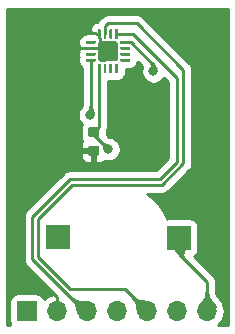
<source format=gtl>
G04 #@! TF.GenerationSoftware,KiCad,Pcbnew,(5.1.2)-1*
G04 #@! TF.CreationDate,2023-06-09T20:40:53+09:00*
G04 #@! TF.ProjectId,ma73x,6d613733-782e-46b6-9963-61645f706362,v1.2*
G04 #@! TF.SameCoordinates,Original*
G04 #@! TF.FileFunction,Copper,L1,Top*
G04 #@! TF.FilePolarity,Positive*
%FSLAX46Y46*%
G04 Gerber Fmt 4.6, Leading zero omitted, Abs format (unit mm)*
G04 Created by KiCad (PCBNEW (5.1.2)-1) date 2023-06-09 20:40:53*
%MOMM*%
%LPD*%
G04 APERTURE LIST*
%ADD10R,2.000000X2.000000*%
%ADD11O,1.700000X1.700000*%
%ADD12R,1.700000X1.700000*%
%ADD13C,0.100000*%
%ADD14C,1.700000*%
%ADD15C,0.250000*%
%ADD16C,0.875000*%
%ADD17C,0.800000*%
%ADD18C,0.250000*%
%ADD19C,0.254000*%
%ADD20C,0.025400*%
G04 APERTURE END LIST*
D10*
X165210000Y-87000000D03*
X154970000Y-86960000D03*
D11*
X167580000Y-93200000D03*
X165040000Y-93200000D03*
X162500000Y-93200000D03*
X159960000Y-93200000D03*
X157420000Y-93200000D03*
X154880000Y-93200000D03*
D12*
X152340000Y-93200000D03*
D13*
G36*
X159824504Y-70351204D02*
G01*
X159848773Y-70354804D01*
X159872571Y-70360765D01*
X159895671Y-70369030D01*
X159917849Y-70379520D01*
X159938893Y-70392133D01*
X159958598Y-70406747D01*
X159976777Y-70423223D01*
X159993253Y-70441402D01*
X160007867Y-70461107D01*
X160020480Y-70482151D01*
X160030970Y-70504329D01*
X160039235Y-70527429D01*
X160045196Y-70551227D01*
X160048796Y-70575496D01*
X160050000Y-70600000D01*
X160050000Y-71800000D01*
X160048796Y-71824504D01*
X160045196Y-71848773D01*
X160039235Y-71872571D01*
X160030970Y-71895671D01*
X160020480Y-71917849D01*
X160007867Y-71938893D01*
X159993253Y-71958598D01*
X159976777Y-71976777D01*
X159958598Y-71993253D01*
X159938893Y-72007867D01*
X159917849Y-72020480D01*
X159895671Y-72030970D01*
X159872571Y-72039235D01*
X159848773Y-72045196D01*
X159824504Y-72048796D01*
X159800000Y-72050000D01*
X158600000Y-72050000D01*
X158575496Y-72048796D01*
X158551227Y-72045196D01*
X158527429Y-72039235D01*
X158504329Y-72030970D01*
X158482151Y-72020480D01*
X158461107Y-72007867D01*
X158441402Y-71993253D01*
X158423223Y-71976777D01*
X158406747Y-71958598D01*
X158392133Y-71938893D01*
X158379520Y-71917849D01*
X158369030Y-71895671D01*
X158360765Y-71872571D01*
X158354804Y-71848773D01*
X158351204Y-71824504D01*
X158350000Y-71800000D01*
X158350000Y-70600000D01*
X158351204Y-70575496D01*
X158354804Y-70551227D01*
X158360765Y-70527429D01*
X158369030Y-70504329D01*
X158379520Y-70482151D01*
X158392133Y-70461107D01*
X158406747Y-70441402D01*
X158423223Y-70423223D01*
X158441402Y-70406747D01*
X158461107Y-70392133D01*
X158482151Y-70379520D01*
X158504329Y-70369030D01*
X158527429Y-70360765D01*
X158551227Y-70354804D01*
X158575496Y-70351204D01*
X158600000Y-70350000D01*
X159800000Y-70350000D01*
X159824504Y-70351204D01*
X159824504Y-70351204D01*
G37*
D14*
X159200000Y-71200000D03*
D13*
G36*
X161018626Y-71825301D02*
G01*
X161024693Y-71826201D01*
X161030643Y-71827691D01*
X161036418Y-71829758D01*
X161041962Y-71832380D01*
X161047223Y-71835533D01*
X161052150Y-71839187D01*
X161056694Y-71843306D01*
X161060813Y-71847850D01*
X161064467Y-71852777D01*
X161067620Y-71858038D01*
X161070242Y-71863582D01*
X161072309Y-71869357D01*
X161073799Y-71875307D01*
X161074699Y-71881374D01*
X161075000Y-71887500D01*
X161075000Y-72012500D01*
X161074699Y-72018626D01*
X161073799Y-72024693D01*
X161072309Y-72030643D01*
X161070242Y-72036418D01*
X161067620Y-72041962D01*
X161064467Y-72047223D01*
X161060813Y-72052150D01*
X161056694Y-72056694D01*
X161052150Y-72060813D01*
X161047223Y-72064467D01*
X161041962Y-72067620D01*
X161036418Y-72070242D01*
X161030643Y-72072309D01*
X161024693Y-72073799D01*
X161018626Y-72074699D01*
X161012500Y-72075000D01*
X160312500Y-72075000D01*
X160306374Y-72074699D01*
X160300307Y-72073799D01*
X160294357Y-72072309D01*
X160288582Y-72070242D01*
X160283038Y-72067620D01*
X160277777Y-72064467D01*
X160272850Y-72060813D01*
X160268306Y-72056694D01*
X160264187Y-72052150D01*
X160260533Y-72047223D01*
X160257380Y-72041962D01*
X160254758Y-72036418D01*
X160252691Y-72030643D01*
X160251201Y-72024693D01*
X160250301Y-72018626D01*
X160250000Y-72012500D01*
X160250000Y-71887500D01*
X160250301Y-71881374D01*
X160251201Y-71875307D01*
X160252691Y-71869357D01*
X160254758Y-71863582D01*
X160257380Y-71858038D01*
X160260533Y-71852777D01*
X160264187Y-71847850D01*
X160268306Y-71843306D01*
X160272850Y-71839187D01*
X160277777Y-71835533D01*
X160283038Y-71832380D01*
X160288582Y-71829758D01*
X160294357Y-71827691D01*
X160300307Y-71826201D01*
X160306374Y-71825301D01*
X160312500Y-71825000D01*
X161012500Y-71825000D01*
X161018626Y-71825301D01*
X161018626Y-71825301D01*
G37*
D15*
X160662500Y-71950000D03*
D13*
G36*
X161018626Y-71325301D02*
G01*
X161024693Y-71326201D01*
X161030643Y-71327691D01*
X161036418Y-71329758D01*
X161041962Y-71332380D01*
X161047223Y-71335533D01*
X161052150Y-71339187D01*
X161056694Y-71343306D01*
X161060813Y-71347850D01*
X161064467Y-71352777D01*
X161067620Y-71358038D01*
X161070242Y-71363582D01*
X161072309Y-71369357D01*
X161073799Y-71375307D01*
X161074699Y-71381374D01*
X161075000Y-71387500D01*
X161075000Y-71512500D01*
X161074699Y-71518626D01*
X161073799Y-71524693D01*
X161072309Y-71530643D01*
X161070242Y-71536418D01*
X161067620Y-71541962D01*
X161064467Y-71547223D01*
X161060813Y-71552150D01*
X161056694Y-71556694D01*
X161052150Y-71560813D01*
X161047223Y-71564467D01*
X161041962Y-71567620D01*
X161036418Y-71570242D01*
X161030643Y-71572309D01*
X161024693Y-71573799D01*
X161018626Y-71574699D01*
X161012500Y-71575000D01*
X160312500Y-71575000D01*
X160306374Y-71574699D01*
X160300307Y-71573799D01*
X160294357Y-71572309D01*
X160288582Y-71570242D01*
X160283038Y-71567620D01*
X160277777Y-71564467D01*
X160272850Y-71560813D01*
X160268306Y-71556694D01*
X160264187Y-71552150D01*
X160260533Y-71547223D01*
X160257380Y-71541962D01*
X160254758Y-71536418D01*
X160252691Y-71530643D01*
X160251201Y-71524693D01*
X160250301Y-71518626D01*
X160250000Y-71512500D01*
X160250000Y-71387500D01*
X160250301Y-71381374D01*
X160251201Y-71375307D01*
X160252691Y-71369357D01*
X160254758Y-71363582D01*
X160257380Y-71358038D01*
X160260533Y-71352777D01*
X160264187Y-71347850D01*
X160268306Y-71343306D01*
X160272850Y-71339187D01*
X160277777Y-71335533D01*
X160283038Y-71332380D01*
X160288582Y-71329758D01*
X160294357Y-71327691D01*
X160300307Y-71326201D01*
X160306374Y-71325301D01*
X160312500Y-71325000D01*
X161012500Y-71325000D01*
X161018626Y-71325301D01*
X161018626Y-71325301D01*
G37*
D15*
X160662500Y-71450000D03*
D13*
G36*
X161018626Y-70825301D02*
G01*
X161024693Y-70826201D01*
X161030643Y-70827691D01*
X161036418Y-70829758D01*
X161041962Y-70832380D01*
X161047223Y-70835533D01*
X161052150Y-70839187D01*
X161056694Y-70843306D01*
X161060813Y-70847850D01*
X161064467Y-70852777D01*
X161067620Y-70858038D01*
X161070242Y-70863582D01*
X161072309Y-70869357D01*
X161073799Y-70875307D01*
X161074699Y-70881374D01*
X161075000Y-70887500D01*
X161075000Y-71012500D01*
X161074699Y-71018626D01*
X161073799Y-71024693D01*
X161072309Y-71030643D01*
X161070242Y-71036418D01*
X161067620Y-71041962D01*
X161064467Y-71047223D01*
X161060813Y-71052150D01*
X161056694Y-71056694D01*
X161052150Y-71060813D01*
X161047223Y-71064467D01*
X161041962Y-71067620D01*
X161036418Y-71070242D01*
X161030643Y-71072309D01*
X161024693Y-71073799D01*
X161018626Y-71074699D01*
X161012500Y-71075000D01*
X160312500Y-71075000D01*
X160306374Y-71074699D01*
X160300307Y-71073799D01*
X160294357Y-71072309D01*
X160288582Y-71070242D01*
X160283038Y-71067620D01*
X160277777Y-71064467D01*
X160272850Y-71060813D01*
X160268306Y-71056694D01*
X160264187Y-71052150D01*
X160260533Y-71047223D01*
X160257380Y-71041962D01*
X160254758Y-71036418D01*
X160252691Y-71030643D01*
X160251201Y-71024693D01*
X160250301Y-71018626D01*
X160250000Y-71012500D01*
X160250000Y-70887500D01*
X160250301Y-70881374D01*
X160251201Y-70875307D01*
X160252691Y-70869357D01*
X160254758Y-70863582D01*
X160257380Y-70858038D01*
X160260533Y-70852777D01*
X160264187Y-70847850D01*
X160268306Y-70843306D01*
X160272850Y-70839187D01*
X160277777Y-70835533D01*
X160283038Y-70832380D01*
X160288582Y-70829758D01*
X160294357Y-70827691D01*
X160300307Y-70826201D01*
X160306374Y-70825301D01*
X160312500Y-70825000D01*
X161012500Y-70825000D01*
X161018626Y-70825301D01*
X161018626Y-70825301D01*
G37*
D15*
X160662500Y-70950000D03*
D13*
G36*
X161018626Y-70325301D02*
G01*
X161024693Y-70326201D01*
X161030643Y-70327691D01*
X161036418Y-70329758D01*
X161041962Y-70332380D01*
X161047223Y-70335533D01*
X161052150Y-70339187D01*
X161056694Y-70343306D01*
X161060813Y-70347850D01*
X161064467Y-70352777D01*
X161067620Y-70358038D01*
X161070242Y-70363582D01*
X161072309Y-70369357D01*
X161073799Y-70375307D01*
X161074699Y-70381374D01*
X161075000Y-70387500D01*
X161075000Y-70512500D01*
X161074699Y-70518626D01*
X161073799Y-70524693D01*
X161072309Y-70530643D01*
X161070242Y-70536418D01*
X161067620Y-70541962D01*
X161064467Y-70547223D01*
X161060813Y-70552150D01*
X161056694Y-70556694D01*
X161052150Y-70560813D01*
X161047223Y-70564467D01*
X161041962Y-70567620D01*
X161036418Y-70570242D01*
X161030643Y-70572309D01*
X161024693Y-70573799D01*
X161018626Y-70574699D01*
X161012500Y-70575000D01*
X160312500Y-70575000D01*
X160306374Y-70574699D01*
X160300307Y-70573799D01*
X160294357Y-70572309D01*
X160288582Y-70570242D01*
X160283038Y-70567620D01*
X160277777Y-70564467D01*
X160272850Y-70560813D01*
X160268306Y-70556694D01*
X160264187Y-70552150D01*
X160260533Y-70547223D01*
X160257380Y-70541962D01*
X160254758Y-70536418D01*
X160252691Y-70530643D01*
X160251201Y-70524693D01*
X160250301Y-70518626D01*
X160250000Y-70512500D01*
X160250000Y-70387500D01*
X160250301Y-70381374D01*
X160251201Y-70375307D01*
X160252691Y-70369357D01*
X160254758Y-70363582D01*
X160257380Y-70358038D01*
X160260533Y-70352777D01*
X160264187Y-70347850D01*
X160268306Y-70343306D01*
X160272850Y-70339187D01*
X160277777Y-70335533D01*
X160283038Y-70332380D01*
X160288582Y-70329758D01*
X160294357Y-70327691D01*
X160300307Y-70326201D01*
X160306374Y-70325301D01*
X160312500Y-70325000D01*
X161012500Y-70325000D01*
X161018626Y-70325301D01*
X161018626Y-70325301D01*
G37*
D15*
X160662500Y-70450000D03*
D13*
G36*
X160018626Y-69325301D02*
G01*
X160024693Y-69326201D01*
X160030643Y-69327691D01*
X160036418Y-69329758D01*
X160041962Y-69332380D01*
X160047223Y-69335533D01*
X160052150Y-69339187D01*
X160056694Y-69343306D01*
X160060813Y-69347850D01*
X160064467Y-69352777D01*
X160067620Y-69358038D01*
X160070242Y-69363582D01*
X160072309Y-69369357D01*
X160073799Y-69375307D01*
X160074699Y-69381374D01*
X160075000Y-69387500D01*
X160075000Y-70087500D01*
X160074699Y-70093626D01*
X160073799Y-70099693D01*
X160072309Y-70105643D01*
X160070242Y-70111418D01*
X160067620Y-70116962D01*
X160064467Y-70122223D01*
X160060813Y-70127150D01*
X160056694Y-70131694D01*
X160052150Y-70135813D01*
X160047223Y-70139467D01*
X160041962Y-70142620D01*
X160036418Y-70145242D01*
X160030643Y-70147309D01*
X160024693Y-70148799D01*
X160018626Y-70149699D01*
X160012500Y-70150000D01*
X159887500Y-70150000D01*
X159881374Y-70149699D01*
X159875307Y-70148799D01*
X159869357Y-70147309D01*
X159863582Y-70145242D01*
X159858038Y-70142620D01*
X159852777Y-70139467D01*
X159847850Y-70135813D01*
X159843306Y-70131694D01*
X159839187Y-70127150D01*
X159835533Y-70122223D01*
X159832380Y-70116962D01*
X159829758Y-70111418D01*
X159827691Y-70105643D01*
X159826201Y-70099693D01*
X159825301Y-70093626D01*
X159825000Y-70087500D01*
X159825000Y-69387500D01*
X159825301Y-69381374D01*
X159826201Y-69375307D01*
X159827691Y-69369357D01*
X159829758Y-69363582D01*
X159832380Y-69358038D01*
X159835533Y-69352777D01*
X159839187Y-69347850D01*
X159843306Y-69343306D01*
X159847850Y-69339187D01*
X159852777Y-69335533D01*
X159858038Y-69332380D01*
X159863582Y-69329758D01*
X159869357Y-69327691D01*
X159875307Y-69326201D01*
X159881374Y-69325301D01*
X159887500Y-69325000D01*
X160012500Y-69325000D01*
X160018626Y-69325301D01*
X160018626Y-69325301D01*
G37*
D15*
X159950000Y-69737500D03*
D13*
G36*
X159518626Y-69325301D02*
G01*
X159524693Y-69326201D01*
X159530643Y-69327691D01*
X159536418Y-69329758D01*
X159541962Y-69332380D01*
X159547223Y-69335533D01*
X159552150Y-69339187D01*
X159556694Y-69343306D01*
X159560813Y-69347850D01*
X159564467Y-69352777D01*
X159567620Y-69358038D01*
X159570242Y-69363582D01*
X159572309Y-69369357D01*
X159573799Y-69375307D01*
X159574699Y-69381374D01*
X159575000Y-69387500D01*
X159575000Y-70087500D01*
X159574699Y-70093626D01*
X159573799Y-70099693D01*
X159572309Y-70105643D01*
X159570242Y-70111418D01*
X159567620Y-70116962D01*
X159564467Y-70122223D01*
X159560813Y-70127150D01*
X159556694Y-70131694D01*
X159552150Y-70135813D01*
X159547223Y-70139467D01*
X159541962Y-70142620D01*
X159536418Y-70145242D01*
X159530643Y-70147309D01*
X159524693Y-70148799D01*
X159518626Y-70149699D01*
X159512500Y-70150000D01*
X159387500Y-70150000D01*
X159381374Y-70149699D01*
X159375307Y-70148799D01*
X159369357Y-70147309D01*
X159363582Y-70145242D01*
X159358038Y-70142620D01*
X159352777Y-70139467D01*
X159347850Y-70135813D01*
X159343306Y-70131694D01*
X159339187Y-70127150D01*
X159335533Y-70122223D01*
X159332380Y-70116962D01*
X159329758Y-70111418D01*
X159327691Y-70105643D01*
X159326201Y-70099693D01*
X159325301Y-70093626D01*
X159325000Y-70087500D01*
X159325000Y-69387500D01*
X159325301Y-69381374D01*
X159326201Y-69375307D01*
X159327691Y-69369357D01*
X159329758Y-69363582D01*
X159332380Y-69358038D01*
X159335533Y-69352777D01*
X159339187Y-69347850D01*
X159343306Y-69343306D01*
X159347850Y-69339187D01*
X159352777Y-69335533D01*
X159358038Y-69332380D01*
X159363582Y-69329758D01*
X159369357Y-69327691D01*
X159375307Y-69326201D01*
X159381374Y-69325301D01*
X159387500Y-69325000D01*
X159512500Y-69325000D01*
X159518626Y-69325301D01*
X159518626Y-69325301D01*
G37*
D15*
X159450000Y-69737500D03*
D13*
G36*
X159018626Y-69325301D02*
G01*
X159024693Y-69326201D01*
X159030643Y-69327691D01*
X159036418Y-69329758D01*
X159041962Y-69332380D01*
X159047223Y-69335533D01*
X159052150Y-69339187D01*
X159056694Y-69343306D01*
X159060813Y-69347850D01*
X159064467Y-69352777D01*
X159067620Y-69358038D01*
X159070242Y-69363582D01*
X159072309Y-69369357D01*
X159073799Y-69375307D01*
X159074699Y-69381374D01*
X159075000Y-69387500D01*
X159075000Y-70087500D01*
X159074699Y-70093626D01*
X159073799Y-70099693D01*
X159072309Y-70105643D01*
X159070242Y-70111418D01*
X159067620Y-70116962D01*
X159064467Y-70122223D01*
X159060813Y-70127150D01*
X159056694Y-70131694D01*
X159052150Y-70135813D01*
X159047223Y-70139467D01*
X159041962Y-70142620D01*
X159036418Y-70145242D01*
X159030643Y-70147309D01*
X159024693Y-70148799D01*
X159018626Y-70149699D01*
X159012500Y-70150000D01*
X158887500Y-70150000D01*
X158881374Y-70149699D01*
X158875307Y-70148799D01*
X158869357Y-70147309D01*
X158863582Y-70145242D01*
X158858038Y-70142620D01*
X158852777Y-70139467D01*
X158847850Y-70135813D01*
X158843306Y-70131694D01*
X158839187Y-70127150D01*
X158835533Y-70122223D01*
X158832380Y-70116962D01*
X158829758Y-70111418D01*
X158827691Y-70105643D01*
X158826201Y-70099693D01*
X158825301Y-70093626D01*
X158825000Y-70087500D01*
X158825000Y-69387500D01*
X158825301Y-69381374D01*
X158826201Y-69375307D01*
X158827691Y-69369357D01*
X158829758Y-69363582D01*
X158832380Y-69358038D01*
X158835533Y-69352777D01*
X158839187Y-69347850D01*
X158843306Y-69343306D01*
X158847850Y-69339187D01*
X158852777Y-69335533D01*
X158858038Y-69332380D01*
X158863582Y-69329758D01*
X158869357Y-69327691D01*
X158875307Y-69326201D01*
X158881374Y-69325301D01*
X158887500Y-69325000D01*
X159012500Y-69325000D01*
X159018626Y-69325301D01*
X159018626Y-69325301D01*
G37*
D15*
X158950000Y-69737500D03*
D13*
G36*
X158518626Y-69325301D02*
G01*
X158524693Y-69326201D01*
X158530643Y-69327691D01*
X158536418Y-69329758D01*
X158541962Y-69332380D01*
X158547223Y-69335533D01*
X158552150Y-69339187D01*
X158556694Y-69343306D01*
X158560813Y-69347850D01*
X158564467Y-69352777D01*
X158567620Y-69358038D01*
X158570242Y-69363582D01*
X158572309Y-69369357D01*
X158573799Y-69375307D01*
X158574699Y-69381374D01*
X158575000Y-69387500D01*
X158575000Y-70087500D01*
X158574699Y-70093626D01*
X158573799Y-70099693D01*
X158572309Y-70105643D01*
X158570242Y-70111418D01*
X158567620Y-70116962D01*
X158564467Y-70122223D01*
X158560813Y-70127150D01*
X158556694Y-70131694D01*
X158552150Y-70135813D01*
X158547223Y-70139467D01*
X158541962Y-70142620D01*
X158536418Y-70145242D01*
X158530643Y-70147309D01*
X158524693Y-70148799D01*
X158518626Y-70149699D01*
X158512500Y-70150000D01*
X158387500Y-70150000D01*
X158381374Y-70149699D01*
X158375307Y-70148799D01*
X158369357Y-70147309D01*
X158363582Y-70145242D01*
X158358038Y-70142620D01*
X158352777Y-70139467D01*
X158347850Y-70135813D01*
X158343306Y-70131694D01*
X158339187Y-70127150D01*
X158335533Y-70122223D01*
X158332380Y-70116962D01*
X158329758Y-70111418D01*
X158327691Y-70105643D01*
X158326201Y-70099693D01*
X158325301Y-70093626D01*
X158325000Y-70087500D01*
X158325000Y-69387500D01*
X158325301Y-69381374D01*
X158326201Y-69375307D01*
X158327691Y-69369357D01*
X158329758Y-69363582D01*
X158332380Y-69358038D01*
X158335533Y-69352777D01*
X158339187Y-69347850D01*
X158343306Y-69343306D01*
X158347850Y-69339187D01*
X158352777Y-69335533D01*
X158358038Y-69332380D01*
X158363582Y-69329758D01*
X158369357Y-69327691D01*
X158375307Y-69326201D01*
X158381374Y-69325301D01*
X158387500Y-69325000D01*
X158512500Y-69325000D01*
X158518626Y-69325301D01*
X158518626Y-69325301D01*
G37*
D15*
X158450000Y-69737500D03*
D13*
G36*
X158093626Y-70325301D02*
G01*
X158099693Y-70326201D01*
X158105643Y-70327691D01*
X158111418Y-70329758D01*
X158116962Y-70332380D01*
X158122223Y-70335533D01*
X158127150Y-70339187D01*
X158131694Y-70343306D01*
X158135813Y-70347850D01*
X158139467Y-70352777D01*
X158142620Y-70358038D01*
X158145242Y-70363582D01*
X158147309Y-70369357D01*
X158148799Y-70375307D01*
X158149699Y-70381374D01*
X158150000Y-70387500D01*
X158150000Y-70512500D01*
X158149699Y-70518626D01*
X158148799Y-70524693D01*
X158147309Y-70530643D01*
X158145242Y-70536418D01*
X158142620Y-70541962D01*
X158139467Y-70547223D01*
X158135813Y-70552150D01*
X158131694Y-70556694D01*
X158127150Y-70560813D01*
X158122223Y-70564467D01*
X158116962Y-70567620D01*
X158111418Y-70570242D01*
X158105643Y-70572309D01*
X158099693Y-70573799D01*
X158093626Y-70574699D01*
X158087500Y-70575000D01*
X157387500Y-70575000D01*
X157381374Y-70574699D01*
X157375307Y-70573799D01*
X157369357Y-70572309D01*
X157363582Y-70570242D01*
X157358038Y-70567620D01*
X157352777Y-70564467D01*
X157347850Y-70560813D01*
X157343306Y-70556694D01*
X157339187Y-70552150D01*
X157335533Y-70547223D01*
X157332380Y-70541962D01*
X157329758Y-70536418D01*
X157327691Y-70530643D01*
X157326201Y-70524693D01*
X157325301Y-70518626D01*
X157325000Y-70512500D01*
X157325000Y-70387500D01*
X157325301Y-70381374D01*
X157326201Y-70375307D01*
X157327691Y-70369357D01*
X157329758Y-70363582D01*
X157332380Y-70358038D01*
X157335533Y-70352777D01*
X157339187Y-70347850D01*
X157343306Y-70343306D01*
X157347850Y-70339187D01*
X157352777Y-70335533D01*
X157358038Y-70332380D01*
X157363582Y-70329758D01*
X157369357Y-70327691D01*
X157375307Y-70326201D01*
X157381374Y-70325301D01*
X157387500Y-70325000D01*
X158087500Y-70325000D01*
X158093626Y-70325301D01*
X158093626Y-70325301D01*
G37*
D15*
X157737500Y-70450000D03*
D13*
G36*
X158093626Y-70825301D02*
G01*
X158099693Y-70826201D01*
X158105643Y-70827691D01*
X158111418Y-70829758D01*
X158116962Y-70832380D01*
X158122223Y-70835533D01*
X158127150Y-70839187D01*
X158131694Y-70843306D01*
X158135813Y-70847850D01*
X158139467Y-70852777D01*
X158142620Y-70858038D01*
X158145242Y-70863582D01*
X158147309Y-70869357D01*
X158148799Y-70875307D01*
X158149699Y-70881374D01*
X158150000Y-70887500D01*
X158150000Y-71012500D01*
X158149699Y-71018626D01*
X158148799Y-71024693D01*
X158147309Y-71030643D01*
X158145242Y-71036418D01*
X158142620Y-71041962D01*
X158139467Y-71047223D01*
X158135813Y-71052150D01*
X158131694Y-71056694D01*
X158127150Y-71060813D01*
X158122223Y-71064467D01*
X158116962Y-71067620D01*
X158111418Y-71070242D01*
X158105643Y-71072309D01*
X158099693Y-71073799D01*
X158093626Y-71074699D01*
X158087500Y-71075000D01*
X157387500Y-71075000D01*
X157381374Y-71074699D01*
X157375307Y-71073799D01*
X157369357Y-71072309D01*
X157363582Y-71070242D01*
X157358038Y-71067620D01*
X157352777Y-71064467D01*
X157347850Y-71060813D01*
X157343306Y-71056694D01*
X157339187Y-71052150D01*
X157335533Y-71047223D01*
X157332380Y-71041962D01*
X157329758Y-71036418D01*
X157327691Y-71030643D01*
X157326201Y-71024693D01*
X157325301Y-71018626D01*
X157325000Y-71012500D01*
X157325000Y-70887500D01*
X157325301Y-70881374D01*
X157326201Y-70875307D01*
X157327691Y-70869357D01*
X157329758Y-70863582D01*
X157332380Y-70858038D01*
X157335533Y-70852777D01*
X157339187Y-70847850D01*
X157343306Y-70843306D01*
X157347850Y-70839187D01*
X157352777Y-70835533D01*
X157358038Y-70832380D01*
X157363582Y-70829758D01*
X157369357Y-70827691D01*
X157375307Y-70826201D01*
X157381374Y-70825301D01*
X157387500Y-70825000D01*
X158087500Y-70825000D01*
X158093626Y-70825301D01*
X158093626Y-70825301D01*
G37*
D15*
X157737500Y-70950000D03*
D13*
G36*
X158093626Y-71325301D02*
G01*
X158099693Y-71326201D01*
X158105643Y-71327691D01*
X158111418Y-71329758D01*
X158116962Y-71332380D01*
X158122223Y-71335533D01*
X158127150Y-71339187D01*
X158131694Y-71343306D01*
X158135813Y-71347850D01*
X158139467Y-71352777D01*
X158142620Y-71358038D01*
X158145242Y-71363582D01*
X158147309Y-71369357D01*
X158148799Y-71375307D01*
X158149699Y-71381374D01*
X158150000Y-71387500D01*
X158150000Y-71512500D01*
X158149699Y-71518626D01*
X158148799Y-71524693D01*
X158147309Y-71530643D01*
X158145242Y-71536418D01*
X158142620Y-71541962D01*
X158139467Y-71547223D01*
X158135813Y-71552150D01*
X158131694Y-71556694D01*
X158127150Y-71560813D01*
X158122223Y-71564467D01*
X158116962Y-71567620D01*
X158111418Y-71570242D01*
X158105643Y-71572309D01*
X158099693Y-71573799D01*
X158093626Y-71574699D01*
X158087500Y-71575000D01*
X157387500Y-71575000D01*
X157381374Y-71574699D01*
X157375307Y-71573799D01*
X157369357Y-71572309D01*
X157363582Y-71570242D01*
X157358038Y-71567620D01*
X157352777Y-71564467D01*
X157347850Y-71560813D01*
X157343306Y-71556694D01*
X157339187Y-71552150D01*
X157335533Y-71547223D01*
X157332380Y-71541962D01*
X157329758Y-71536418D01*
X157327691Y-71530643D01*
X157326201Y-71524693D01*
X157325301Y-71518626D01*
X157325000Y-71512500D01*
X157325000Y-71387500D01*
X157325301Y-71381374D01*
X157326201Y-71375307D01*
X157327691Y-71369357D01*
X157329758Y-71363582D01*
X157332380Y-71358038D01*
X157335533Y-71352777D01*
X157339187Y-71347850D01*
X157343306Y-71343306D01*
X157347850Y-71339187D01*
X157352777Y-71335533D01*
X157358038Y-71332380D01*
X157363582Y-71329758D01*
X157369357Y-71327691D01*
X157375307Y-71326201D01*
X157381374Y-71325301D01*
X157387500Y-71325000D01*
X158087500Y-71325000D01*
X158093626Y-71325301D01*
X158093626Y-71325301D01*
G37*
D15*
X157737500Y-71450000D03*
D13*
G36*
X158093626Y-71825301D02*
G01*
X158099693Y-71826201D01*
X158105643Y-71827691D01*
X158111418Y-71829758D01*
X158116962Y-71832380D01*
X158122223Y-71835533D01*
X158127150Y-71839187D01*
X158131694Y-71843306D01*
X158135813Y-71847850D01*
X158139467Y-71852777D01*
X158142620Y-71858038D01*
X158145242Y-71863582D01*
X158147309Y-71869357D01*
X158148799Y-71875307D01*
X158149699Y-71881374D01*
X158150000Y-71887500D01*
X158150000Y-72012500D01*
X158149699Y-72018626D01*
X158148799Y-72024693D01*
X158147309Y-72030643D01*
X158145242Y-72036418D01*
X158142620Y-72041962D01*
X158139467Y-72047223D01*
X158135813Y-72052150D01*
X158131694Y-72056694D01*
X158127150Y-72060813D01*
X158122223Y-72064467D01*
X158116962Y-72067620D01*
X158111418Y-72070242D01*
X158105643Y-72072309D01*
X158099693Y-72073799D01*
X158093626Y-72074699D01*
X158087500Y-72075000D01*
X157387500Y-72075000D01*
X157381374Y-72074699D01*
X157375307Y-72073799D01*
X157369357Y-72072309D01*
X157363582Y-72070242D01*
X157358038Y-72067620D01*
X157352777Y-72064467D01*
X157347850Y-72060813D01*
X157343306Y-72056694D01*
X157339187Y-72052150D01*
X157335533Y-72047223D01*
X157332380Y-72041962D01*
X157329758Y-72036418D01*
X157327691Y-72030643D01*
X157326201Y-72024693D01*
X157325301Y-72018626D01*
X157325000Y-72012500D01*
X157325000Y-71887500D01*
X157325301Y-71881374D01*
X157326201Y-71875307D01*
X157327691Y-71869357D01*
X157329758Y-71863582D01*
X157332380Y-71858038D01*
X157335533Y-71852777D01*
X157339187Y-71847850D01*
X157343306Y-71843306D01*
X157347850Y-71839187D01*
X157352777Y-71835533D01*
X157358038Y-71832380D01*
X157363582Y-71829758D01*
X157369357Y-71827691D01*
X157375307Y-71826201D01*
X157381374Y-71825301D01*
X157387500Y-71825000D01*
X158087500Y-71825000D01*
X158093626Y-71825301D01*
X158093626Y-71825301D01*
G37*
D15*
X157737500Y-71950000D03*
D13*
G36*
X158518626Y-72250301D02*
G01*
X158524693Y-72251201D01*
X158530643Y-72252691D01*
X158536418Y-72254758D01*
X158541962Y-72257380D01*
X158547223Y-72260533D01*
X158552150Y-72264187D01*
X158556694Y-72268306D01*
X158560813Y-72272850D01*
X158564467Y-72277777D01*
X158567620Y-72283038D01*
X158570242Y-72288582D01*
X158572309Y-72294357D01*
X158573799Y-72300307D01*
X158574699Y-72306374D01*
X158575000Y-72312500D01*
X158575000Y-73012500D01*
X158574699Y-73018626D01*
X158573799Y-73024693D01*
X158572309Y-73030643D01*
X158570242Y-73036418D01*
X158567620Y-73041962D01*
X158564467Y-73047223D01*
X158560813Y-73052150D01*
X158556694Y-73056694D01*
X158552150Y-73060813D01*
X158547223Y-73064467D01*
X158541962Y-73067620D01*
X158536418Y-73070242D01*
X158530643Y-73072309D01*
X158524693Y-73073799D01*
X158518626Y-73074699D01*
X158512500Y-73075000D01*
X158387500Y-73075000D01*
X158381374Y-73074699D01*
X158375307Y-73073799D01*
X158369357Y-73072309D01*
X158363582Y-73070242D01*
X158358038Y-73067620D01*
X158352777Y-73064467D01*
X158347850Y-73060813D01*
X158343306Y-73056694D01*
X158339187Y-73052150D01*
X158335533Y-73047223D01*
X158332380Y-73041962D01*
X158329758Y-73036418D01*
X158327691Y-73030643D01*
X158326201Y-73024693D01*
X158325301Y-73018626D01*
X158325000Y-73012500D01*
X158325000Y-72312500D01*
X158325301Y-72306374D01*
X158326201Y-72300307D01*
X158327691Y-72294357D01*
X158329758Y-72288582D01*
X158332380Y-72283038D01*
X158335533Y-72277777D01*
X158339187Y-72272850D01*
X158343306Y-72268306D01*
X158347850Y-72264187D01*
X158352777Y-72260533D01*
X158358038Y-72257380D01*
X158363582Y-72254758D01*
X158369357Y-72252691D01*
X158375307Y-72251201D01*
X158381374Y-72250301D01*
X158387500Y-72250000D01*
X158512500Y-72250000D01*
X158518626Y-72250301D01*
X158518626Y-72250301D01*
G37*
D15*
X158450000Y-72662500D03*
D13*
G36*
X159018626Y-72250301D02*
G01*
X159024693Y-72251201D01*
X159030643Y-72252691D01*
X159036418Y-72254758D01*
X159041962Y-72257380D01*
X159047223Y-72260533D01*
X159052150Y-72264187D01*
X159056694Y-72268306D01*
X159060813Y-72272850D01*
X159064467Y-72277777D01*
X159067620Y-72283038D01*
X159070242Y-72288582D01*
X159072309Y-72294357D01*
X159073799Y-72300307D01*
X159074699Y-72306374D01*
X159075000Y-72312500D01*
X159075000Y-73012500D01*
X159074699Y-73018626D01*
X159073799Y-73024693D01*
X159072309Y-73030643D01*
X159070242Y-73036418D01*
X159067620Y-73041962D01*
X159064467Y-73047223D01*
X159060813Y-73052150D01*
X159056694Y-73056694D01*
X159052150Y-73060813D01*
X159047223Y-73064467D01*
X159041962Y-73067620D01*
X159036418Y-73070242D01*
X159030643Y-73072309D01*
X159024693Y-73073799D01*
X159018626Y-73074699D01*
X159012500Y-73075000D01*
X158887500Y-73075000D01*
X158881374Y-73074699D01*
X158875307Y-73073799D01*
X158869357Y-73072309D01*
X158863582Y-73070242D01*
X158858038Y-73067620D01*
X158852777Y-73064467D01*
X158847850Y-73060813D01*
X158843306Y-73056694D01*
X158839187Y-73052150D01*
X158835533Y-73047223D01*
X158832380Y-73041962D01*
X158829758Y-73036418D01*
X158827691Y-73030643D01*
X158826201Y-73024693D01*
X158825301Y-73018626D01*
X158825000Y-73012500D01*
X158825000Y-72312500D01*
X158825301Y-72306374D01*
X158826201Y-72300307D01*
X158827691Y-72294357D01*
X158829758Y-72288582D01*
X158832380Y-72283038D01*
X158835533Y-72277777D01*
X158839187Y-72272850D01*
X158843306Y-72268306D01*
X158847850Y-72264187D01*
X158852777Y-72260533D01*
X158858038Y-72257380D01*
X158863582Y-72254758D01*
X158869357Y-72252691D01*
X158875307Y-72251201D01*
X158881374Y-72250301D01*
X158887500Y-72250000D01*
X159012500Y-72250000D01*
X159018626Y-72250301D01*
X159018626Y-72250301D01*
G37*
D15*
X158950000Y-72662500D03*
D13*
G36*
X159518626Y-72250301D02*
G01*
X159524693Y-72251201D01*
X159530643Y-72252691D01*
X159536418Y-72254758D01*
X159541962Y-72257380D01*
X159547223Y-72260533D01*
X159552150Y-72264187D01*
X159556694Y-72268306D01*
X159560813Y-72272850D01*
X159564467Y-72277777D01*
X159567620Y-72283038D01*
X159570242Y-72288582D01*
X159572309Y-72294357D01*
X159573799Y-72300307D01*
X159574699Y-72306374D01*
X159575000Y-72312500D01*
X159575000Y-73012500D01*
X159574699Y-73018626D01*
X159573799Y-73024693D01*
X159572309Y-73030643D01*
X159570242Y-73036418D01*
X159567620Y-73041962D01*
X159564467Y-73047223D01*
X159560813Y-73052150D01*
X159556694Y-73056694D01*
X159552150Y-73060813D01*
X159547223Y-73064467D01*
X159541962Y-73067620D01*
X159536418Y-73070242D01*
X159530643Y-73072309D01*
X159524693Y-73073799D01*
X159518626Y-73074699D01*
X159512500Y-73075000D01*
X159387500Y-73075000D01*
X159381374Y-73074699D01*
X159375307Y-73073799D01*
X159369357Y-73072309D01*
X159363582Y-73070242D01*
X159358038Y-73067620D01*
X159352777Y-73064467D01*
X159347850Y-73060813D01*
X159343306Y-73056694D01*
X159339187Y-73052150D01*
X159335533Y-73047223D01*
X159332380Y-73041962D01*
X159329758Y-73036418D01*
X159327691Y-73030643D01*
X159326201Y-73024693D01*
X159325301Y-73018626D01*
X159325000Y-73012500D01*
X159325000Y-72312500D01*
X159325301Y-72306374D01*
X159326201Y-72300307D01*
X159327691Y-72294357D01*
X159329758Y-72288582D01*
X159332380Y-72283038D01*
X159335533Y-72277777D01*
X159339187Y-72272850D01*
X159343306Y-72268306D01*
X159347850Y-72264187D01*
X159352777Y-72260533D01*
X159358038Y-72257380D01*
X159363582Y-72254758D01*
X159369357Y-72252691D01*
X159375307Y-72251201D01*
X159381374Y-72250301D01*
X159387500Y-72250000D01*
X159512500Y-72250000D01*
X159518626Y-72250301D01*
X159518626Y-72250301D01*
G37*
D15*
X159450000Y-72662500D03*
D13*
G36*
X160018626Y-72250301D02*
G01*
X160024693Y-72251201D01*
X160030643Y-72252691D01*
X160036418Y-72254758D01*
X160041962Y-72257380D01*
X160047223Y-72260533D01*
X160052150Y-72264187D01*
X160056694Y-72268306D01*
X160060813Y-72272850D01*
X160064467Y-72277777D01*
X160067620Y-72283038D01*
X160070242Y-72288582D01*
X160072309Y-72294357D01*
X160073799Y-72300307D01*
X160074699Y-72306374D01*
X160075000Y-72312500D01*
X160075000Y-73012500D01*
X160074699Y-73018626D01*
X160073799Y-73024693D01*
X160072309Y-73030643D01*
X160070242Y-73036418D01*
X160067620Y-73041962D01*
X160064467Y-73047223D01*
X160060813Y-73052150D01*
X160056694Y-73056694D01*
X160052150Y-73060813D01*
X160047223Y-73064467D01*
X160041962Y-73067620D01*
X160036418Y-73070242D01*
X160030643Y-73072309D01*
X160024693Y-73073799D01*
X160018626Y-73074699D01*
X160012500Y-73075000D01*
X159887500Y-73075000D01*
X159881374Y-73074699D01*
X159875307Y-73073799D01*
X159869357Y-73072309D01*
X159863582Y-73070242D01*
X159858038Y-73067620D01*
X159852777Y-73064467D01*
X159847850Y-73060813D01*
X159843306Y-73056694D01*
X159839187Y-73052150D01*
X159835533Y-73047223D01*
X159832380Y-73041962D01*
X159829758Y-73036418D01*
X159827691Y-73030643D01*
X159826201Y-73024693D01*
X159825301Y-73018626D01*
X159825000Y-73012500D01*
X159825000Y-72312500D01*
X159825301Y-72306374D01*
X159826201Y-72300307D01*
X159827691Y-72294357D01*
X159829758Y-72288582D01*
X159832380Y-72283038D01*
X159835533Y-72277777D01*
X159839187Y-72272850D01*
X159843306Y-72268306D01*
X159847850Y-72264187D01*
X159852777Y-72260533D01*
X159858038Y-72257380D01*
X159863582Y-72254758D01*
X159869357Y-72252691D01*
X159875307Y-72251201D01*
X159881374Y-72250301D01*
X159887500Y-72250000D01*
X160012500Y-72250000D01*
X160018626Y-72250301D01*
X160018626Y-72250301D01*
G37*
D15*
X159950000Y-72662500D03*
D13*
G36*
X158267691Y-79191053D02*
G01*
X158288926Y-79194203D01*
X158309750Y-79199419D01*
X158329962Y-79206651D01*
X158349368Y-79215830D01*
X158367781Y-79226866D01*
X158385024Y-79239654D01*
X158400930Y-79254070D01*
X158415346Y-79269976D01*
X158428134Y-79287219D01*
X158439170Y-79305632D01*
X158448349Y-79325038D01*
X158455581Y-79345250D01*
X158460797Y-79366074D01*
X158463947Y-79387309D01*
X158465000Y-79408750D01*
X158465000Y-79846250D01*
X158463947Y-79867691D01*
X158460797Y-79888926D01*
X158455581Y-79909750D01*
X158448349Y-79929962D01*
X158439170Y-79949368D01*
X158428134Y-79967781D01*
X158415346Y-79985024D01*
X158400930Y-80000930D01*
X158385024Y-80015346D01*
X158367781Y-80028134D01*
X158349368Y-80039170D01*
X158329962Y-80048349D01*
X158309750Y-80055581D01*
X158288926Y-80060797D01*
X158267691Y-80063947D01*
X158246250Y-80065000D01*
X157733750Y-80065000D01*
X157712309Y-80063947D01*
X157691074Y-80060797D01*
X157670250Y-80055581D01*
X157650038Y-80048349D01*
X157630632Y-80039170D01*
X157612219Y-80028134D01*
X157594976Y-80015346D01*
X157579070Y-80000930D01*
X157564654Y-79985024D01*
X157551866Y-79967781D01*
X157540830Y-79949368D01*
X157531651Y-79929962D01*
X157524419Y-79909750D01*
X157519203Y-79888926D01*
X157516053Y-79867691D01*
X157515000Y-79846250D01*
X157515000Y-79408750D01*
X157516053Y-79387309D01*
X157519203Y-79366074D01*
X157524419Y-79345250D01*
X157531651Y-79325038D01*
X157540830Y-79305632D01*
X157551866Y-79287219D01*
X157564654Y-79269976D01*
X157579070Y-79254070D01*
X157594976Y-79239654D01*
X157612219Y-79226866D01*
X157630632Y-79215830D01*
X157650038Y-79206651D01*
X157670250Y-79199419D01*
X157691074Y-79194203D01*
X157712309Y-79191053D01*
X157733750Y-79190000D01*
X158246250Y-79190000D01*
X158267691Y-79191053D01*
X158267691Y-79191053D01*
G37*
D16*
X157990000Y-79627500D03*
D13*
G36*
X158267691Y-77616053D02*
G01*
X158288926Y-77619203D01*
X158309750Y-77624419D01*
X158329962Y-77631651D01*
X158349368Y-77640830D01*
X158367781Y-77651866D01*
X158385024Y-77664654D01*
X158400930Y-77679070D01*
X158415346Y-77694976D01*
X158428134Y-77712219D01*
X158439170Y-77730632D01*
X158448349Y-77750038D01*
X158455581Y-77770250D01*
X158460797Y-77791074D01*
X158463947Y-77812309D01*
X158465000Y-77833750D01*
X158465000Y-78271250D01*
X158463947Y-78292691D01*
X158460797Y-78313926D01*
X158455581Y-78334750D01*
X158448349Y-78354962D01*
X158439170Y-78374368D01*
X158428134Y-78392781D01*
X158415346Y-78410024D01*
X158400930Y-78425930D01*
X158385024Y-78440346D01*
X158367781Y-78453134D01*
X158349368Y-78464170D01*
X158329962Y-78473349D01*
X158309750Y-78480581D01*
X158288926Y-78485797D01*
X158267691Y-78488947D01*
X158246250Y-78490000D01*
X157733750Y-78490000D01*
X157712309Y-78488947D01*
X157691074Y-78485797D01*
X157670250Y-78480581D01*
X157650038Y-78473349D01*
X157630632Y-78464170D01*
X157612219Y-78453134D01*
X157594976Y-78440346D01*
X157579070Y-78425930D01*
X157564654Y-78410024D01*
X157551866Y-78392781D01*
X157540830Y-78374368D01*
X157531651Y-78354962D01*
X157524419Y-78334750D01*
X157519203Y-78313926D01*
X157516053Y-78292691D01*
X157515000Y-78271250D01*
X157515000Y-77833750D01*
X157516053Y-77812309D01*
X157519203Y-77791074D01*
X157524419Y-77770250D01*
X157531651Y-77750038D01*
X157540830Y-77730632D01*
X157551866Y-77712219D01*
X157564654Y-77694976D01*
X157579070Y-77679070D01*
X157594976Y-77664654D01*
X157612219Y-77651866D01*
X157630632Y-77640830D01*
X157650038Y-77631651D01*
X157670250Y-77624419D01*
X157691074Y-77619203D01*
X157712309Y-77616053D01*
X157733750Y-77615000D01*
X158246250Y-77615000D01*
X158267691Y-77616053D01*
X158267691Y-77616053D01*
G37*
D16*
X157990000Y-78052500D03*
D17*
X156550000Y-75030000D03*
X154000000Y-69000000D03*
X159230700Y-79495300D03*
X163043100Y-72898700D03*
X157694200Y-76616200D03*
D18*
X160662500Y-71922500D02*
X160662500Y-71950000D01*
X160702490Y-70910010D02*
X160662500Y-70950000D01*
X158932600Y-71932600D02*
X158489300Y-71932600D01*
X158489300Y-71932600D02*
X158489300Y-70776800D01*
X154880000Y-92014700D02*
X154880000Y-93200000D01*
X151790000Y-88924700D02*
X154880000Y-92014700D01*
X151964600Y-75664600D02*
X151790000Y-75839200D01*
X151790000Y-75839200D02*
X151790000Y-88924700D01*
X155915400Y-75664600D02*
X156550000Y-75030000D01*
X153534600Y-75664600D02*
X155915400Y-75664600D01*
X153534600Y-75664600D02*
X151964600Y-75664600D01*
X158489990Y-70489990D02*
X159200000Y-71200000D01*
X158489990Y-70089990D02*
X158489990Y-70489990D01*
X158450000Y-70050000D02*
X158489990Y-70089990D01*
X158450000Y-69737500D02*
X158450000Y-70050000D01*
X158950000Y-70950000D02*
X157737500Y-70950000D01*
X159200000Y-71200000D02*
X158950000Y-70950000D01*
X151800000Y-75500000D02*
X151964600Y-75664600D01*
X151800000Y-73740000D02*
X151800000Y-75500000D01*
X152060000Y-73480000D02*
X151800000Y-73740000D01*
X153424800Y-73480000D02*
X152060000Y-73480000D01*
X157737500Y-70950000D02*
X155954800Y-70950000D01*
X155954800Y-70950000D02*
X153424800Y-73480000D01*
X158225000Y-69737500D02*
X158157500Y-69670000D01*
X158450000Y-69737500D02*
X158225000Y-69737500D01*
X157940000Y-69670000D02*
X157410000Y-69670000D01*
X158157500Y-69670000D02*
X157940000Y-69670000D01*
X153534600Y-76474600D02*
X153534600Y-75664600D01*
X157990000Y-79627500D02*
X156687500Y-79627500D01*
X156687500Y-79627500D02*
X153534600Y-76474600D01*
X157940000Y-69670000D02*
X154670000Y-69670000D01*
X154399999Y-69399999D02*
X154000000Y-69000000D01*
X154670000Y-69670000D02*
X154399999Y-69399999D01*
X158450000Y-73662500D02*
X158450000Y-77592500D01*
X158450000Y-77592500D02*
X157990000Y-78052500D01*
X159230700Y-79495300D02*
X157990000Y-78254600D01*
X157990000Y-78254600D02*
X157990000Y-78052500D01*
X158450000Y-73662500D02*
X158450000Y-72662500D01*
X161160086Y-70450000D02*
X160662500Y-70450000D01*
X163043100Y-72898700D02*
X163043100Y-72333014D01*
X163043100Y-72333014D02*
X161160086Y-70450000D01*
X153270000Y-88610000D02*
X155995010Y-91335010D01*
X153270000Y-85400000D02*
X153270000Y-88610000D01*
X156170000Y-82500000D02*
X153270000Y-85400000D01*
X160635010Y-91335010D02*
X162500000Y-93200000D01*
X163770553Y-82500000D02*
X156170000Y-82500000D01*
X158950000Y-69074448D02*
X159204448Y-68820000D01*
X158950000Y-69737500D02*
X158950000Y-69074448D01*
X155995010Y-91335010D02*
X160635010Y-91335010D01*
X159204448Y-68820000D02*
X161640000Y-68820000D01*
X161640000Y-68820000D02*
X165590000Y-72770000D01*
X165590000Y-72770000D02*
X165590000Y-80680553D01*
X165590000Y-80680553D02*
X163770553Y-82500000D01*
X157754900Y-71932600D02*
X157737500Y-71950000D01*
X157737500Y-72950000D02*
X157737500Y-76572900D01*
X157737500Y-76572900D02*
X157694200Y-76616200D01*
X157737500Y-72950000D02*
X157737500Y-71950000D01*
X161312188Y-69737500D02*
X160175000Y-69737500D01*
X165064688Y-73490000D02*
X161312188Y-69737500D01*
X165064688Y-80555312D02*
X165064688Y-73490000D01*
X160175000Y-69737500D02*
X159950000Y-69737500D01*
X163610000Y-82010000D02*
X165064688Y-80555312D01*
X157420000Y-93200000D02*
X156570001Y-92350001D01*
X156359448Y-92350001D02*
X152809989Y-88800542D01*
X152809989Y-88800542D02*
X152809989Y-85209458D01*
X156570001Y-92350001D02*
X156359448Y-92350001D01*
X152809989Y-85209458D02*
X156009447Y-82010000D01*
X156009447Y-82010000D02*
X163610000Y-82010000D01*
X165210000Y-87000000D02*
X165210000Y-88335300D01*
X167580000Y-93200000D02*
X167580000Y-90705300D01*
X167580000Y-90705300D02*
X165210000Y-88335300D01*
D19*
G36*
X169340001Y-94340000D02*
G01*
X168531725Y-94340000D01*
X168635134Y-94255134D01*
X168820706Y-94029014D01*
X168958599Y-93771034D01*
X169043513Y-93491111D01*
X169072185Y-93200000D01*
X169043513Y-92908889D01*
X168958599Y-92628966D01*
X168820706Y-92370986D01*
X168812491Y-92360976D01*
X168785874Y-92317059D01*
X168697451Y-92185232D01*
X168671267Y-92149018D01*
X168583505Y-92036221D01*
X168570574Y-92020147D01*
X168489934Y-91923175D01*
X168430074Y-91848358D01*
X168395860Y-91798233D01*
X168376701Y-91760899D01*
X168361372Y-91715224D01*
X168347406Y-91636959D01*
X168340000Y-91493611D01*
X168340000Y-90742622D01*
X168343676Y-90705299D01*
X168340000Y-90667976D01*
X168340000Y-90667967D01*
X168329003Y-90556314D01*
X168285546Y-90413053D01*
X168214974Y-90281023D01*
X168143799Y-90194297D01*
X168120001Y-90165299D01*
X168091003Y-90141501D01*
X166509457Y-88559955D01*
X166564494Y-88530537D01*
X166661185Y-88451185D01*
X166740537Y-88354494D01*
X166799502Y-88244180D01*
X166835812Y-88124482D01*
X166848072Y-88000000D01*
X166848072Y-86000000D01*
X166835812Y-85875518D01*
X166799502Y-85755820D01*
X166740537Y-85645506D01*
X166661185Y-85548815D01*
X166564494Y-85469463D01*
X166454180Y-85410498D01*
X166334482Y-85374188D01*
X166210000Y-85361928D01*
X164210000Y-85361928D01*
X164178294Y-85365051D01*
X164112684Y-85167820D01*
X163680809Y-84407583D01*
X163109496Y-83745710D01*
X162487815Y-83260000D01*
X163733231Y-83260000D01*
X163770553Y-83263676D01*
X163807875Y-83260000D01*
X163807886Y-83260000D01*
X163919539Y-83249003D01*
X164062800Y-83205546D01*
X164194829Y-83134974D01*
X164310554Y-83040001D01*
X164334357Y-83010997D01*
X166101003Y-81244352D01*
X166130001Y-81220554D01*
X166224974Y-81104829D01*
X166295546Y-80972800D01*
X166339003Y-80829539D01*
X166350000Y-80717886D01*
X166353677Y-80680553D01*
X166350000Y-80643220D01*
X166350000Y-72807333D01*
X166353677Y-72770000D01*
X166339003Y-72621014D01*
X166295546Y-72477753D01*
X166224974Y-72345724D01*
X166153799Y-72258997D01*
X166130001Y-72229999D01*
X166101004Y-72206202D01*
X162203804Y-68309003D01*
X162180001Y-68279999D01*
X162064276Y-68185026D01*
X161932247Y-68114454D01*
X161788986Y-68070997D01*
X161677333Y-68060000D01*
X161677322Y-68060000D01*
X161640000Y-68056324D01*
X161602678Y-68060000D01*
X159241771Y-68060000D01*
X159204448Y-68056324D01*
X159167125Y-68060000D01*
X159167115Y-68060000D01*
X159055462Y-68070997D01*
X158912201Y-68114454D01*
X158780172Y-68185026D01*
X158664447Y-68279999D01*
X158640644Y-68309003D01*
X158438998Y-68510649D01*
X158410000Y-68534447D01*
X158386202Y-68563445D01*
X158386201Y-68563446D01*
X158315026Y-68650172D01*
X158292871Y-68691621D01*
X158291250Y-68690000D01*
X158186089Y-68702232D01*
X158067262Y-68741299D01*
X157958340Y-68802797D01*
X157863508Y-68884362D01*
X157786412Y-68982862D01*
X157730013Y-69094509D01*
X157696479Y-69215014D01*
X157687098Y-69339746D01*
X157690000Y-69451750D01*
X157848748Y-69610498D01*
X157690000Y-69610498D01*
X157690000Y-69686928D01*
X157387500Y-69686928D01*
X157250825Y-69700389D01*
X157119403Y-69740256D01*
X156998283Y-69804996D01*
X156892121Y-69892121D01*
X156804996Y-69998283D01*
X156740256Y-70119403D01*
X156700389Y-70250825D01*
X156686928Y-70387500D01*
X156686928Y-70512500D01*
X156700389Y-70649175D01*
X156707098Y-70671290D01*
X156702232Y-70686089D01*
X156690000Y-70791250D01*
X156825723Y-70926973D01*
X156844621Y-70950000D01*
X156825723Y-70973027D01*
X156690000Y-71108750D01*
X156702232Y-71213911D01*
X156707098Y-71228710D01*
X156700389Y-71250825D01*
X156686928Y-71387500D01*
X156686928Y-71512500D01*
X156700389Y-71649175D01*
X156715807Y-71700000D01*
X156700389Y-71750825D01*
X156686928Y-71887500D01*
X156686928Y-72012500D01*
X156700389Y-72149175D01*
X156740256Y-72280597D01*
X156804996Y-72401717D01*
X156892121Y-72507879D01*
X156977500Y-72577948D01*
X156977500Y-72912668D01*
X156977501Y-75801147D01*
X156976038Y-75840766D01*
X156963991Y-75857341D01*
X156929664Y-75903123D01*
X156922727Y-75912555D01*
X156893191Y-75953498D01*
X156890263Y-75956426D01*
X156876670Y-75976769D01*
X156867545Y-75989991D01*
X156844431Y-76025019D01*
X156776995Y-76125944D01*
X156698974Y-76314302D01*
X156659200Y-76514261D01*
X156659200Y-76718139D01*
X156698974Y-76918098D01*
X156776995Y-77106456D01*
X156890263Y-77275974D01*
X157004151Y-77389862D01*
X156942150Y-77505858D01*
X156893392Y-77666592D01*
X156876928Y-77833750D01*
X156876928Y-78271250D01*
X156893392Y-78438408D01*
X156942150Y-78599142D01*
X157021329Y-78747275D01*
X157039100Y-78768930D01*
X156984463Y-78835506D01*
X156925498Y-78945820D01*
X156889188Y-79065518D01*
X156876928Y-79190000D01*
X156880000Y-79341750D01*
X157038750Y-79500500D01*
X157863000Y-79500500D01*
X157863000Y-79480500D01*
X158117000Y-79480500D01*
X158117000Y-79500500D01*
X158137000Y-79500500D01*
X158137000Y-79754500D01*
X158117000Y-79754500D01*
X158117000Y-80541250D01*
X158275750Y-80700000D01*
X158465000Y-80703072D01*
X158589482Y-80690812D01*
X158709180Y-80654502D01*
X158819494Y-80595537D01*
X158916185Y-80516185D01*
X158936058Y-80491969D01*
X159128761Y-80530300D01*
X159332639Y-80530300D01*
X159532598Y-80490526D01*
X159720956Y-80412505D01*
X159890474Y-80299237D01*
X160034637Y-80155074D01*
X160147905Y-79985556D01*
X160225926Y-79797198D01*
X160265700Y-79597239D01*
X160265700Y-79393361D01*
X160225926Y-79193402D01*
X160147905Y-79005044D01*
X160034637Y-78835526D01*
X159890474Y-78691363D01*
X159720956Y-78578095D01*
X159532598Y-78500074D01*
X159486482Y-78490901D01*
X159477701Y-78488133D01*
X159446163Y-78479080D01*
X159379024Y-78461672D01*
X159359548Y-78456948D01*
X159298688Y-78443202D01*
X159298499Y-78443160D01*
X159254211Y-78433171D01*
X159244738Y-78430644D01*
X159238971Y-78426148D01*
X159201374Y-78391172D01*
X159101133Y-78290932D01*
X159103072Y-78271250D01*
X159103072Y-77982918D01*
X159155546Y-77884747D01*
X159199003Y-77741486D01*
X159210000Y-77629833D01*
X159210000Y-77629824D01*
X159213676Y-77592501D01*
X159210000Y-77555178D01*
X159210000Y-73687227D01*
X159250825Y-73699611D01*
X159387500Y-73713072D01*
X159512500Y-73713072D01*
X159649175Y-73699611D01*
X159700000Y-73684193D01*
X159750825Y-73699611D01*
X159887500Y-73713072D01*
X160012500Y-73713072D01*
X160149175Y-73699611D01*
X160280597Y-73659744D01*
X160401717Y-73595004D01*
X160507879Y-73507879D01*
X160595004Y-73401717D01*
X160659744Y-73280597D01*
X160699611Y-73149175D01*
X160713072Y-73012500D01*
X160713072Y-72713072D01*
X161012500Y-72713072D01*
X161149175Y-72699611D01*
X161280597Y-72659744D01*
X161401717Y-72595004D01*
X161507879Y-72507879D01*
X161595004Y-72401717D01*
X161659744Y-72280597D01*
X161699611Y-72149175D01*
X161707218Y-72071934D01*
X162101829Y-72466545D01*
X162047874Y-72596802D01*
X162008100Y-72796761D01*
X162008100Y-73000639D01*
X162047874Y-73200598D01*
X162125895Y-73388956D01*
X162239163Y-73558474D01*
X162383326Y-73702637D01*
X162552844Y-73815905D01*
X162741202Y-73893926D01*
X162941161Y-73933700D01*
X163145039Y-73933700D01*
X163344998Y-73893926D01*
X163533356Y-73815905D01*
X163702874Y-73702637D01*
X163847037Y-73558474D01*
X163931681Y-73431795D01*
X164304689Y-73804804D01*
X164304688Y-80240509D01*
X163295199Y-81250000D01*
X156046770Y-81250000D01*
X156009447Y-81246324D01*
X155972124Y-81250000D01*
X155972114Y-81250000D01*
X155860461Y-81260997D01*
X155717658Y-81304315D01*
X155717200Y-81304454D01*
X155585170Y-81375026D01*
X155518726Y-81429556D01*
X155469446Y-81469999D01*
X155445648Y-81498997D01*
X152298987Y-84645659D01*
X152269989Y-84669457D01*
X152246191Y-84698455D01*
X152246190Y-84698456D01*
X152175015Y-84785182D01*
X152104443Y-84917212D01*
X152060987Y-85060473D01*
X152046313Y-85209458D01*
X152049990Y-85246790D01*
X152049989Y-88763219D01*
X152046313Y-88800542D01*
X152049989Y-88837864D01*
X152049989Y-88837874D01*
X152060986Y-88949527D01*
X152088687Y-89040846D01*
X152104443Y-89092788D01*
X152175015Y-89224818D01*
X152191557Y-89244974D01*
X152269988Y-89340543D01*
X152298992Y-89364346D01*
X154752998Y-91818353D01*
X154752998Y-91879844D01*
X154523110Y-91758524D01*
X154375901Y-91803175D01*
X154113080Y-91928359D01*
X153879731Y-92102412D01*
X153803966Y-92186466D01*
X153779502Y-92105820D01*
X153720537Y-91995506D01*
X153641185Y-91898815D01*
X153544494Y-91819463D01*
X153434180Y-91760498D01*
X153314482Y-91724188D01*
X153190000Y-91711928D01*
X151490000Y-91711928D01*
X151365518Y-91724188D01*
X151245820Y-91760498D01*
X151135506Y-91819463D01*
X151038815Y-91898815D01*
X150959463Y-91995506D01*
X150900498Y-92105820D01*
X150864188Y-92225518D01*
X150851928Y-92350000D01*
X150851928Y-94050000D01*
X150864188Y-94174482D01*
X150900498Y-94294180D01*
X150924990Y-94340000D01*
X150660000Y-94340000D01*
X150660000Y-80065000D01*
X156876928Y-80065000D01*
X156889188Y-80189482D01*
X156925498Y-80309180D01*
X156984463Y-80419494D01*
X157063815Y-80516185D01*
X157160506Y-80595537D01*
X157270820Y-80654502D01*
X157390518Y-80690812D01*
X157515000Y-80703072D01*
X157704250Y-80700000D01*
X157863000Y-80541250D01*
X157863000Y-79754500D01*
X157038750Y-79754500D01*
X156880000Y-79913250D01*
X156876928Y-80065000D01*
X150660000Y-80065000D01*
X150660000Y-67660000D01*
X169340000Y-67660000D01*
X169340001Y-94340000D01*
X169340001Y-94340000D01*
G37*
X169340001Y-94340000D02*
X168531725Y-94340000D01*
X168635134Y-94255134D01*
X168820706Y-94029014D01*
X168958599Y-93771034D01*
X169043513Y-93491111D01*
X169072185Y-93200000D01*
X169043513Y-92908889D01*
X168958599Y-92628966D01*
X168820706Y-92370986D01*
X168812491Y-92360976D01*
X168785874Y-92317059D01*
X168697451Y-92185232D01*
X168671267Y-92149018D01*
X168583505Y-92036221D01*
X168570574Y-92020147D01*
X168489934Y-91923175D01*
X168430074Y-91848358D01*
X168395860Y-91798233D01*
X168376701Y-91760899D01*
X168361372Y-91715224D01*
X168347406Y-91636959D01*
X168340000Y-91493611D01*
X168340000Y-90742622D01*
X168343676Y-90705299D01*
X168340000Y-90667976D01*
X168340000Y-90667967D01*
X168329003Y-90556314D01*
X168285546Y-90413053D01*
X168214974Y-90281023D01*
X168143799Y-90194297D01*
X168120001Y-90165299D01*
X168091003Y-90141501D01*
X166509457Y-88559955D01*
X166564494Y-88530537D01*
X166661185Y-88451185D01*
X166740537Y-88354494D01*
X166799502Y-88244180D01*
X166835812Y-88124482D01*
X166848072Y-88000000D01*
X166848072Y-86000000D01*
X166835812Y-85875518D01*
X166799502Y-85755820D01*
X166740537Y-85645506D01*
X166661185Y-85548815D01*
X166564494Y-85469463D01*
X166454180Y-85410498D01*
X166334482Y-85374188D01*
X166210000Y-85361928D01*
X164210000Y-85361928D01*
X164178294Y-85365051D01*
X164112684Y-85167820D01*
X163680809Y-84407583D01*
X163109496Y-83745710D01*
X162487815Y-83260000D01*
X163733231Y-83260000D01*
X163770553Y-83263676D01*
X163807875Y-83260000D01*
X163807886Y-83260000D01*
X163919539Y-83249003D01*
X164062800Y-83205546D01*
X164194829Y-83134974D01*
X164310554Y-83040001D01*
X164334357Y-83010997D01*
X166101003Y-81244352D01*
X166130001Y-81220554D01*
X166224974Y-81104829D01*
X166295546Y-80972800D01*
X166339003Y-80829539D01*
X166350000Y-80717886D01*
X166353677Y-80680553D01*
X166350000Y-80643220D01*
X166350000Y-72807333D01*
X166353677Y-72770000D01*
X166339003Y-72621014D01*
X166295546Y-72477753D01*
X166224974Y-72345724D01*
X166153799Y-72258997D01*
X166130001Y-72229999D01*
X166101004Y-72206202D01*
X162203804Y-68309003D01*
X162180001Y-68279999D01*
X162064276Y-68185026D01*
X161932247Y-68114454D01*
X161788986Y-68070997D01*
X161677333Y-68060000D01*
X161677322Y-68060000D01*
X161640000Y-68056324D01*
X161602678Y-68060000D01*
X159241771Y-68060000D01*
X159204448Y-68056324D01*
X159167125Y-68060000D01*
X159167115Y-68060000D01*
X159055462Y-68070997D01*
X158912201Y-68114454D01*
X158780172Y-68185026D01*
X158664447Y-68279999D01*
X158640644Y-68309003D01*
X158438998Y-68510649D01*
X158410000Y-68534447D01*
X158386202Y-68563445D01*
X158386201Y-68563446D01*
X158315026Y-68650172D01*
X158292871Y-68691621D01*
X158291250Y-68690000D01*
X158186089Y-68702232D01*
X158067262Y-68741299D01*
X157958340Y-68802797D01*
X157863508Y-68884362D01*
X157786412Y-68982862D01*
X157730013Y-69094509D01*
X157696479Y-69215014D01*
X157687098Y-69339746D01*
X157690000Y-69451750D01*
X157848748Y-69610498D01*
X157690000Y-69610498D01*
X157690000Y-69686928D01*
X157387500Y-69686928D01*
X157250825Y-69700389D01*
X157119403Y-69740256D01*
X156998283Y-69804996D01*
X156892121Y-69892121D01*
X156804996Y-69998283D01*
X156740256Y-70119403D01*
X156700389Y-70250825D01*
X156686928Y-70387500D01*
X156686928Y-70512500D01*
X156700389Y-70649175D01*
X156707098Y-70671290D01*
X156702232Y-70686089D01*
X156690000Y-70791250D01*
X156825723Y-70926973D01*
X156844621Y-70950000D01*
X156825723Y-70973027D01*
X156690000Y-71108750D01*
X156702232Y-71213911D01*
X156707098Y-71228710D01*
X156700389Y-71250825D01*
X156686928Y-71387500D01*
X156686928Y-71512500D01*
X156700389Y-71649175D01*
X156715807Y-71700000D01*
X156700389Y-71750825D01*
X156686928Y-71887500D01*
X156686928Y-72012500D01*
X156700389Y-72149175D01*
X156740256Y-72280597D01*
X156804996Y-72401717D01*
X156892121Y-72507879D01*
X156977500Y-72577948D01*
X156977500Y-72912668D01*
X156977501Y-75801147D01*
X156976038Y-75840766D01*
X156963991Y-75857341D01*
X156929664Y-75903123D01*
X156922727Y-75912555D01*
X156893191Y-75953498D01*
X156890263Y-75956426D01*
X156876670Y-75976769D01*
X156867545Y-75989991D01*
X156844431Y-76025019D01*
X156776995Y-76125944D01*
X156698974Y-76314302D01*
X156659200Y-76514261D01*
X156659200Y-76718139D01*
X156698974Y-76918098D01*
X156776995Y-77106456D01*
X156890263Y-77275974D01*
X157004151Y-77389862D01*
X156942150Y-77505858D01*
X156893392Y-77666592D01*
X156876928Y-77833750D01*
X156876928Y-78271250D01*
X156893392Y-78438408D01*
X156942150Y-78599142D01*
X157021329Y-78747275D01*
X157039100Y-78768930D01*
X156984463Y-78835506D01*
X156925498Y-78945820D01*
X156889188Y-79065518D01*
X156876928Y-79190000D01*
X156880000Y-79341750D01*
X157038750Y-79500500D01*
X157863000Y-79500500D01*
X157863000Y-79480500D01*
X158117000Y-79480500D01*
X158117000Y-79500500D01*
X158137000Y-79500500D01*
X158137000Y-79754500D01*
X158117000Y-79754500D01*
X158117000Y-80541250D01*
X158275750Y-80700000D01*
X158465000Y-80703072D01*
X158589482Y-80690812D01*
X158709180Y-80654502D01*
X158819494Y-80595537D01*
X158916185Y-80516185D01*
X158936058Y-80491969D01*
X159128761Y-80530300D01*
X159332639Y-80530300D01*
X159532598Y-80490526D01*
X159720956Y-80412505D01*
X159890474Y-80299237D01*
X160034637Y-80155074D01*
X160147905Y-79985556D01*
X160225926Y-79797198D01*
X160265700Y-79597239D01*
X160265700Y-79393361D01*
X160225926Y-79193402D01*
X160147905Y-79005044D01*
X160034637Y-78835526D01*
X159890474Y-78691363D01*
X159720956Y-78578095D01*
X159532598Y-78500074D01*
X159486482Y-78490901D01*
X159477701Y-78488133D01*
X159446163Y-78479080D01*
X159379024Y-78461672D01*
X159359548Y-78456948D01*
X159298688Y-78443202D01*
X159298499Y-78443160D01*
X159254211Y-78433171D01*
X159244738Y-78430644D01*
X159238971Y-78426148D01*
X159201374Y-78391172D01*
X159101133Y-78290932D01*
X159103072Y-78271250D01*
X159103072Y-77982918D01*
X159155546Y-77884747D01*
X159199003Y-77741486D01*
X159210000Y-77629833D01*
X159210000Y-77629824D01*
X159213676Y-77592501D01*
X159210000Y-77555178D01*
X159210000Y-73687227D01*
X159250825Y-73699611D01*
X159387500Y-73713072D01*
X159512500Y-73713072D01*
X159649175Y-73699611D01*
X159700000Y-73684193D01*
X159750825Y-73699611D01*
X159887500Y-73713072D01*
X160012500Y-73713072D01*
X160149175Y-73699611D01*
X160280597Y-73659744D01*
X160401717Y-73595004D01*
X160507879Y-73507879D01*
X160595004Y-73401717D01*
X160659744Y-73280597D01*
X160699611Y-73149175D01*
X160713072Y-73012500D01*
X160713072Y-72713072D01*
X161012500Y-72713072D01*
X161149175Y-72699611D01*
X161280597Y-72659744D01*
X161401717Y-72595004D01*
X161507879Y-72507879D01*
X161595004Y-72401717D01*
X161659744Y-72280597D01*
X161699611Y-72149175D01*
X161707218Y-72071934D01*
X162101829Y-72466545D01*
X162047874Y-72596802D01*
X162008100Y-72796761D01*
X162008100Y-73000639D01*
X162047874Y-73200598D01*
X162125895Y-73388956D01*
X162239163Y-73558474D01*
X162383326Y-73702637D01*
X162552844Y-73815905D01*
X162741202Y-73893926D01*
X162941161Y-73933700D01*
X163145039Y-73933700D01*
X163344998Y-73893926D01*
X163533356Y-73815905D01*
X163702874Y-73702637D01*
X163847037Y-73558474D01*
X163931681Y-73431795D01*
X164304689Y-73804804D01*
X164304688Y-80240509D01*
X163295199Y-81250000D01*
X156046770Y-81250000D01*
X156009447Y-81246324D01*
X155972124Y-81250000D01*
X155972114Y-81250000D01*
X155860461Y-81260997D01*
X155717658Y-81304315D01*
X155717200Y-81304454D01*
X155585170Y-81375026D01*
X155518726Y-81429556D01*
X155469446Y-81469999D01*
X155445648Y-81498997D01*
X152298987Y-84645659D01*
X152269989Y-84669457D01*
X152246191Y-84698455D01*
X152246190Y-84698456D01*
X152175015Y-84785182D01*
X152104443Y-84917212D01*
X152060987Y-85060473D01*
X152046313Y-85209458D01*
X152049990Y-85246790D01*
X152049989Y-88763219D01*
X152046313Y-88800542D01*
X152049989Y-88837864D01*
X152049989Y-88837874D01*
X152060986Y-88949527D01*
X152088687Y-89040846D01*
X152104443Y-89092788D01*
X152175015Y-89224818D01*
X152191557Y-89244974D01*
X152269988Y-89340543D01*
X152298992Y-89364346D01*
X154752998Y-91818353D01*
X154752998Y-91879844D01*
X154523110Y-91758524D01*
X154375901Y-91803175D01*
X154113080Y-91928359D01*
X153879731Y-92102412D01*
X153803966Y-92186466D01*
X153779502Y-92105820D01*
X153720537Y-91995506D01*
X153641185Y-91898815D01*
X153544494Y-91819463D01*
X153434180Y-91760498D01*
X153314482Y-91724188D01*
X153190000Y-91711928D01*
X151490000Y-91711928D01*
X151365518Y-91724188D01*
X151245820Y-91760498D01*
X151135506Y-91819463D01*
X151038815Y-91898815D01*
X150959463Y-91995506D01*
X150900498Y-92105820D01*
X150864188Y-92225518D01*
X150851928Y-92350000D01*
X150851928Y-94050000D01*
X150864188Y-94174482D01*
X150900498Y-94294180D01*
X150924990Y-94340000D01*
X150660000Y-94340000D01*
X150660000Y-80065000D01*
X156876928Y-80065000D01*
X156889188Y-80189482D01*
X156925498Y-80309180D01*
X156984463Y-80419494D01*
X157063815Y-80516185D01*
X157160506Y-80595537D01*
X157270820Y-80654502D01*
X157390518Y-80690812D01*
X157515000Y-80703072D01*
X157704250Y-80700000D01*
X157863000Y-80541250D01*
X157863000Y-79754500D01*
X157038750Y-79754500D01*
X156880000Y-79913250D01*
X156876928Y-80065000D01*
X150660000Y-80065000D01*
X150660000Y-67660000D01*
X169340000Y-67660000D01*
X169340001Y-94340000D01*
G36*
X155007000Y-93073000D02*
G01*
X155027000Y-93073000D01*
X155027000Y-93327000D01*
X155007000Y-93327000D01*
X155007000Y-93347000D01*
X154753000Y-93347000D01*
X154753000Y-93327000D01*
X154733000Y-93327000D01*
X154733000Y-93073000D01*
X154753000Y-93073000D01*
X154753000Y-93053000D01*
X155007000Y-93053000D01*
X155007000Y-93073000D01*
X155007000Y-93073000D01*
G37*
X155007000Y-93073000D02*
X155027000Y-93073000D01*
X155027000Y-93327000D01*
X155007000Y-93327000D01*
X155007000Y-93347000D01*
X154753000Y-93347000D01*
X154753000Y-93327000D01*
X154733000Y-93327000D01*
X154733000Y-93073000D01*
X154753000Y-93073000D01*
X154753000Y-93053000D01*
X155007000Y-93053000D01*
X155007000Y-93073000D01*
G36*
X159327000Y-71073000D02*
G01*
X159347000Y-71073000D01*
X159347000Y-71327000D01*
X159327000Y-71327000D01*
X159327000Y-71347000D01*
X159073000Y-71347000D01*
X159073000Y-71327000D01*
X159053000Y-71327000D01*
X159053000Y-71073000D01*
X159073000Y-71073000D01*
X159073000Y-71053000D01*
X159327000Y-71053000D01*
X159327000Y-71073000D01*
X159327000Y-71073000D01*
G37*
X159327000Y-71073000D02*
X159347000Y-71073000D01*
X159347000Y-71327000D01*
X159327000Y-71327000D01*
X159327000Y-71347000D01*
X159073000Y-71347000D01*
X159073000Y-71327000D01*
X159053000Y-71327000D01*
X159053000Y-71073000D01*
X159073000Y-71073000D01*
X159073000Y-71053000D01*
X159327000Y-71053000D01*
X159327000Y-71073000D01*
D20*
G36*
X158818100Y-78919252D02*
G01*
X158818943Y-78919970D01*
X158879155Y-78966901D01*
X158880247Y-78967663D01*
X158936160Y-79002495D01*
X158937425Y-79003187D01*
X158990800Y-79028548D01*
X158992033Y-79029057D01*
X159044636Y-79047573D01*
X159045579Y-79047864D01*
X159099171Y-79062163D01*
X159099651Y-79062281D01*
X159155991Y-79074988D01*
X159216676Y-79088694D01*
X159283281Y-79105964D01*
X159349450Y-79126823D01*
X159359165Y-79623765D01*
X158862223Y-79614050D01*
X158841364Y-79547881D01*
X158824094Y-79481276D01*
X158810388Y-79420591D01*
X158797681Y-79364251D01*
X158797563Y-79363771D01*
X158783264Y-79310179D01*
X158782973Y-79309236D01*
X158764457Y-79256633D01*
X158763948Y-79255400D01*
X158738587Y-79202025D01*
X158737895Y-79200760D01*
X158703063Y-79144847D01*
X158702301Y-79143755D01*
X158655370Y-79083543D01*
X158654652Y-79082700D01*
X158601340Y-79025393D01*
X158760793Y-78865940D01*
X158818100Y-78919252D01*
X158818100Y-78919252D01*
G37*
X158818100Y-78919252D02*
X158818943Y-78919970D01*
X158879155Y-78966901D01*
X158880247Y-78967663D01*
X158936160Y-79002495D01*
X158937425Y-79003187D01*
X158990800Y-79028548D01*
X158992033Y-79029057D01*
X159044636Y-79047573D01*
X159045579Y-79047864D01*
X159099171Y-79062163D01*
X159099651Y-79062281D01*
X159155991Y-79074988D01*
X159216676Y-79088694D01*
X159283281Y-79105964D01*
X159349450Y-79126823D01*
X159359165Y-79623765D01*
X158862223Y-79614050D01*
X158841364Y-79547881D01*
X158824094Y-79481276D01*
X158810388Y-79420591D01*
X158797681Y-79364251D01*
X158797563Y-79363771D01*
X158783264Y-79310179D01*
X158782973Y-79309236D01*
X158764457Y-79256633D01*
X158763948Y-79255400D01*
X158738587Y-79202025D01*
X158737895Y-79200760D01*
X158703063Y-79144847D01*
X158702301Y-79143755D01*
X158655370Y-79083543D01*
X158654652Y-79082700D01*
X158601340Y-79025393D01*
X158760793Y-78865940D01*
X158818100Y-78919252D01*
G36*
X157852913Y-75909479D02*
G01*
X157852982Y-75910456D01*
X157861848Y-75991177D01*
X157862026Y-75992318D01*
X157875967Y-76060940D01*
X157876270Y-76062130D01*
X157894603Y-76122001D01*
X157894974Y-76123047D01*
X157917018Y-76177516D01*
X157917333Y-76178232D01*
X157942403Y-76230648D01*
X157942548Y-76230942D01*
X157969963Y-76284653D01*
X157998886Y-76342701D01*
X158028698Y-76408514D01*
X158055609Y-76477400D01*
X157674806Y-76796840D01*
X157370475Y-76403821D01*
X157408003Y-76346950D01*
X157447942Y-76291587D01*
X157485046Y-76242102D01*
X157485159Y-76241949D01*
X157518883Y-76195545D01*
X157519277Y-76194970D01*
X157549087Y-76148821D01*
X157549682Y-76147798D01*
X157575113Y-76098988D01*
X157575728Y-76097616D01*
X157596316Y-76043225D01*
X157596779Y-76041728D01*
X157612059Y-75978840D01*
X157612315Y-75977453D01*
X157621824Y-75903149D01*
X157621918Y-75902006D01*
X157624739Y-75825600D01*
X157850204Y-75825600D01*
X157852913Y-75909479D01*
X157852913Y-75909479D01*
G37*
X157852913Y-75909479D02*
X157852982Y-75910456D01*
X157861848Y-75991177D01*
X157862026Y-75992318D01*
X157875967Y-76060940D01*
X157876270Y-76062130D01*
X157894603Y-76122001D01*
X157894974Y-76123047D01*
X157917018Y-76177516D01*
X157917333Y-76178232D01*
X157942403Y-76230648D01*
X157942548Y-76230942D01*
X157969963Y-76284653D01*
X157998886Y-76342701D01*
X158028698Y-76408514D01*
X158055609Y-76477400D01*
X157674806Y-76796840D01*
X157370475Y-76403821D01*
X157408003Y-76346950D01*
X157447942Y-76291587D01*
X157485046Y-76242102D01*
X157485159Y-76241949D01*
X157518883Y-76195545D01*
X157519277Y-76194970D01*
X157549087Y-76148821D01*
X157549682Y-76147798D01*
X157575113Y-76098988D01*
X157575728Y-76097616D01*
X157596316Y-76043225D01*
X157596779Y-76041728D01*
X157612059Y-75978840D01*
X157612315Y-75977453D01*
X157621824Y-75903149D01*
X157621918Y-75902006D01*
X157624739Y-75825600D01*
X157850204Y-75825600D01*
X157852913Y-75909479D01*
G36*
X163016458Y-72152461D02*
G01*
X163061889Y-72211126D01*
X163096516Y-72265230D01*
X163123708Y-72316123D01*
X163146803Y-72365174D01*
X163169083Y-72413618D01*
X163169288Y-72414042D01*
X163193880Y-72462675D01*
X163194342Y-72463511D01*
X163224553Y-72513522D01*
X163225237Y-72514539D01*
X163264377Y-72567114D01*
X163265181Y-72568089D01*
X163310257Y-72617508D01*
X163040623Y-73077803D01*
X162698722Y-72722268D01*
X162723306Y-72677433D01*
X162755340Y-72628031D01*
X162787979Y-72580989D01*
X162788085Y-72580834D01*
X162818502Y-72535580D01*
X162818969Y-72534831D01*
X162844324Y-72490783D01*
X162845096Y-72489195D01*
X162862671Y-72445594D01*
X162863430Y-72442866D01*
X162870506Y-72398953D01*
X162870660Y-72396468D01*
X162870551Y-72395216D01*
X162864411Y-72350229D01*
X162863835Y-72347807D01*
X162863315Y-72346530D01*
X162841241Y-72299712D01*
X162839554Y-72297050D01*
X162806164Y-72256541D01*
X162965443Y-72097262D01*
X163016458Y-72152461D01*
X163016458Y-72152461D01*
G37*
X163016458Y-72152461D02*
X163061889Y-72211126D01*
X163096516Y-72265230D01*
X163123708Y-72316123D01*
X163146803Y-72365174D01*
X163169083Y-72413618D01*
X163169288Y-72414042D01*
X163193880Y-72462675D01*
X163194342Y-72463511D01*
X163224553Y-72513522D01*
X163225237Y-72514539D01*
X163264377Y-72567114D01*
X163265181Y-72568089D01*
X163310257Y-72617508D01*
X163040623Y-73077803D01*
X162698722Y-72722268D01*
X162723306Y-72677433D01*
X162755340Y-72628031D01*
X162787979Y-72580989D01*
X162788085Y-72580834D01*
X162818502Y-72535580D01*
X162818969Y-72534831D01*
X162844324Y-72490783D01*
X162845096Y-72489195D01*
X162862671Y-72445594D01*
X162863430Y-72442866D01*
X162870506Y-72398953D01*
X162870660Y-72396468D01*
X162870551Y-72395216D01*
X162864411Y-72350229D01*
X162863835Y-72347807D01*
X162863315Y-72346530D01*
X162841241Y-72299712D01*
X162839554Y-72297050D01*
X162806164Y-72256541D01*
X162965443Y-72097262D01*
X163016458Y-72152461D01*
G36*
X161533154Y-92059745D02*
G01*
X161534396Y-92060731D01*
X161670617Y-92155696D01*
X161672224Y-92156649D01*
X161800098Y-92220261D01*
X161801865Y-92220980D01*
X161925104Y-92260628D01*
X161926639Y-92261018D01*
X162048954Y-92284093D01*
X162049906Y-92284235D01*
X162175009Y-92298129D01*
X162175248Y-92298154D01*
X162306664Y-92310239D01*
X162447816Y-92327857D01*
X162602544Y-92358349D01*
X162766433Y-92406628D01*
X162787564Y-93487564D01*
X161706628Y-93466433D01*
X161658349Y-93302544D01*
X161627857Y-93147816D01*
X161610239Y-93006664D01*
X161598154Y-92875248D01*
X161598129Y-92875009D01*
X161584235Y-92749906D01*
X161584093Y-92748954D01*
X161561018Y-92626639D01*
X161560628Y-92625104D01*
X161520980Y-92501865D01*
X161520261Y-92500098D01*
X161456649Y-92372224D01*
X161455696Y-92370617D01*
X161360731Y-92234396D01*
X161359745Y-92233154D01*
X161234110Y-92093831D01*
X161393831Y-91934110D01*
X161533154Y-92059745D01*
X161533154Y-92059745D01*
G37*
X161533154Y-92059745D02*
X161534396Y-92060731D01*
X161670617Y-92155696D01*
X161672224Y-92156649D01*
X161800098Y-92220261D01*
X161801865Y-92220980D01*
X161925104Y-92260628D01*
X161926639Y-92261018D01*
X162048954Y-92284093D01*
X162049906Y-92284235D01*
X162175009Y-92298129D01*
X162175248Y-92298154D01*
X162306664Y-92310239D01*
X162447816Y-92327857D01*
X162602544Y-92358349D01*
X162766433Y-92406628D01*
X162787564Y-93487564D01*
X161706628Y-93466433D01*
X161658349Y-93302544D01*
X161627857Y-93147816D01*
X161610239Y-93006664D01*
X161598154Y-92875248D01*
X161598129Y-92875009D01*
X161584235Y-92749906D01*
X161584093Y-92748954D01*
X161561018Y-92626639D01*
X161560628Y-92625104D01*
X161520980Y-92501865D01*
X161520261Y-92500098D01*
X161456649Y-92372224D01*
X161455696Y-92370617D01*
X161360731Y-92234396D01*
X161359745Y-92233154D01*
X161234110Y-92093831D01*
X161393831Y-91934110D01*
X161533154Y-92059745D01*
G36*
X156388519Y-92199940D02*
G01*
X156390300Y-92201233D01*
X156532308Y-92286486D01*
X156534600Y-92287566D01*
X156669676Y-92335473D01*
X156672020Y-92336061D01*
X156803420Y-92355955D01*
X156805203Y-92356097D01*
X156936184Y-92357309D01*
X156937073Y-92357287D01*
X157070894Y-92349150D01*
X157070894Y-92349149D01*
X157210348Y-92341022D01*
X157358493Y-92342174D01*
X157518761Y-92361785D01*
X157686437Y-92406864D01*
X157707564Y-93487564D01*
X156626449Y-93466429D01*
X156579037Y-93315864D01*
X156542829Y-93175098D01*
X156514847Y-93048419D01*
X156489525Y-92931999D01*
X156489416Y-92931539D01*
X156461178Y-92821595D01*
X156460893Y-92820641D01*
X156424143Y-92713283D01*
X156423630Y-92712013D01*
X156372760Y-92603308D01*
X156372054Y-92602004D01*
X156301458Y-92488023D01*
X156300681Y-92486907D01*
X156204751Y-92363717D01*
X156204028Y-92362868D01*
X156085504Y-92235508D01*
X156245256Y-92075756D01*
X156388519Y-92199940D01*
X156388519Y-92199940D01*
G37*
X156388519Y-92199940D02*
X156390300Y-92201233D01*
X156532308Y-92286486D01*
X156534600Y-92287566D01*
X156669676Y-92335473D01*
X156672020Y-92336061D01*
X156803420Y-92355955D01*
X156805203Y-92356097D01*
X156936184Y-92357309D01*
X156937073Y-92357287D01*
X157070894Y-92349150D01*
X157070894Y-92349149D01*
X157210348Y-92341022D01*
X157358493Y-92342174D01*
X157518761Y-92361785D01*
X157686437Y-92406864D01*
X157707564Y-93487564D01*
X156626449Y-93466429D01*
X156579037Y-93315864D01*
X156542829Y-93175098D01*
X156514847Y-93048419D01*
X156489525Y-92931999D01*
X156489416Y-92931539D01*
X156461178Y-92821595D01*
X156460893Y-92820641D01*
X156424143Y-92713283D01*
X156423630Y-92712013D01*
X156372760Y-92603308D01*
X156372054Y-92602004D01*
X156301458Y-92488023D01*
X156300681Y-92486907D01*
X156204751Y-92363717D01*
X156204028Y-92362868D01*
X156085504Y-92235508D01*
X156245256Y-92075756D01*
X156388519Y-92199940D01*
G36*
X166094334Y-87437920D02*
G01*
X166014760Y-87580850D01*
X165920840Y-87719679D01*
X165824558Y-87849469D01*
X165824529Y-87849509D01*
X165733970Y-87972569D01*
X165733534Y-87973200D01*
X165656785Y-88091892D01*
X165655959Y-88093381D01*
X165600950Y-88210283D01*
X165600026Y-88213017D01*
X165574687Y-88330706D01*
X165574404Y-88333179D01*
X165574467Y-88334659D01*
X165586727Y-88455709D01*
X165587219Y-88458149D01*
X165587803Y-88459689D01*
X165645593Y-88586679D01*
X165647336Y-88589478D01*
X165751281Y-88716086D01*
X165591704Y-88875663D01*
X165445583Y-88726964D01*
X165317492Y-88591443D01*
X165210161Y-88473166D01*
X165117250Y-88366960D01*
X165032515Y-88267754D01*
X164949675Y-88170433D01*
X164949597Y-88170343D01*
X164862435Y-88069870D01*
X164862286Y-88069701D01*
X164764554Y-87961009D01*
X164764368Y-87960806D01*
X164649805Y-87838805D01*
X164649615Y-87838608D01*
X164518759Y-87705148D01*
X165212477Y-86520897D01*
X166094334Y-87437920D01*
X166094334Y-87437920D01*
G37*
X166094334Y-87437920D02*
X166014760Y-87580850D01*
X165920840Y-87719679D01*
X165824558Y-87849469D01*
X165824529Y-87849509D01*
X165733970Y-87972569D01*
X165733534Y-87973200D01*
X165656785Y-88091892D01*
X165655959Y-88093381D01*
X165600950Y-88210283D01*
X165600026Y-88213017D01*
X165574687Y-88330706D01*
X165574404Y-88333179D01*
X165574467Y-88334659D01*
X165586727Y-88455709D01*
X165587219Y-88458149D01*
X165587803Y-88459689D01*
X165645593Y-88586679D01*
X165647336Y-88589478D01*
X165751281Y-88716086D01*
X165591704Y-88875663D01*
X165445583Y-88726964D01*
X165317492Y-88591443D01*
X165210161Y-88473166D01*
X165117250Y-88366960D01*
X165032515Y-88267754D01*
X164949675Y-88170433D01*
X164949597Y-88170343D01*
X164862435Y-88069870D01*
X164862286Y-88069701D01*
X164764554Y-87961009D01*
X164764368Y-87960806D01*
X164649805Y-87838805D01*
X164649615Y-87838608D01*
X164518759Y-87705148D01*
X165212477Y-86520897D01*
X166094334Y-87437920D01*
G36*
X167702619Y-91710053D02*
G01*
X167702799Y-91711629D01*
X167731970Y-91875103D01*
X167732433Y-91876913D01*
X167777874Y-92012314D01*
X167778615Y-92014071D01*
X167837722Y-92129249D01*
X167838532Y-92130611D01*
X167908706Y-92233418D01*
X167909278Y-92234192D01*
X167987915Y-92332478D01*
X167988067Y-92332664D01*
X168072440Y-92434125D01*
X168159799Y-92546404D01*
X168247642Y-92677366D01*
X168329395Y-92827399D01*
X167580000Y-93606678D01*
X166830605Y-92827399D01*
X166912357Y-92677366D01*
X167000200Y-92546404D01*
X167087559Y-92434125D01*
X167171932Y-92332664D01*
X167172084Y-92332478D01*
X167250721Y-92234192D01*
X167251293Y-92233418D01*
X167321467Y-92130611D01*
X167322277Y-92129249D01*
X167381384Y-92014071D01*
X167382125Y-92012314D01*
X167427566Y-91876913D01*
X167428029Y-91875103D01*
X167457200Y-91711629D01*
X167457380Y-91710053D01*
X167467061Y-91522700D01*
X167692939Y-91522700D01*
X167702619Y-91710053D01*
X167702619Y-91710053D01*
G37*
X167702619Y-91710053D02*
X167702799Y-91711629D01*
X167731970Y-91875103D01*
X167732433Y-91876913D01*
X167777874Y-92012314D01*
X167778615Y-92014071D01*
X167837722Y-92129249D01*
X167838532Y-92130611D01*
X167908706Y-92233418D01*
X167909278Y-92234192D01*
X167987915Y-92332478D01*
X167988067Y-92332664D01*
X168072440Y-92434125D01*
X168159799Y-92546404D01*
X168247642Y-92677366D01*
X168329395Y-92827399D01*
X167580000Y-93606678D01*
X166830605Y-92827399D01*
X166912357Y-92677366D01*
X167000200Y-92546404D01*
X167087559Y-92434125D01*
X167171932Y-92332664D01*
X167172084Y-92332478D01*
X167250721Y-92234192D01*
X167251293Y-92233418D01*
X167321467Y-92130611D01*
X167322277Y-92129249D01*
X167381384Y-92014071D01*
X167382125Y-92012314D01*
X167427566Y-91876913D01*
X167428029Y-91875103D01*
X167457200Y-91711629D01*
X167457380Y-91710053D01*
X167467061Y-91522700D01*
X167692939Y-91522700D01*
X167702619Y-91710053D01*
M02*

</source>
